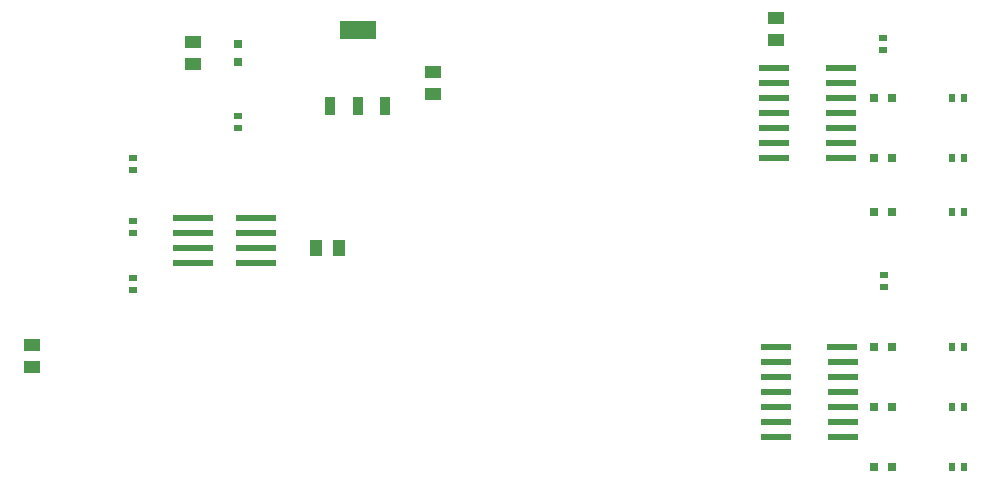
<source format=gtp>
G04*
G04 #@! TF.GenerationSoftware,Altium Limited,Altium Designer,21.6.4 (81)*
G04*
G04 Layer_Color=8421504*
%FSLAX25Y25*%
%MOIN*%
G70*
G04*
G04 #@! TF.SameCoordinates,570BF3D3-4215-493C-AC51-86F074832852*
G04*
G04*
G04 #@! TF.FilePolarity,Positive*
G04*
G01*
G75*
%ADD19R,0.03150X0.03150*%
%ADD20R,0.10433X0.02362*%
%ADD21R,0.13386X0.02362*%
%ADD22R,0.02756X0.02362*%
%ADD23R,0.02362X0.02756*%
%ADD24R,0.03300X0.06300*%
%ADD25R,0.12200X0.06300*%
%ADD26R,0.03150X0.03150*%
%ADD27R,0.05709X0.03937*%
%ADD28R,0.03937X0.05709*%
D19*
X306547Y119953D02*
D03*
X312453D02*
D03*
X306547Y137953D02*
D03*
X312453D02*
D03*
X306547Y157953D02*
D03*
X312453D02*
D03*
X306547Y35000D02*
D03*
X312453D02*
D03*
X306547Y55000D02*
D03*
X312453D02*
D03*
X306547Y75000D02*
D03*
X312453D02*
D03*
D20*
X273835D02*
D03*
Y70000D02*
D03*
Y65000D02*
D03*
Y60000D02*
D03*
Y55000D02*
D03*
Y50000D02*
D03*
Y45000D02*
D03*
X296165D02*
D03*
Y50000D02*
D03*
Y55000D02*
D03*
Y60000D02*
D03*
Y65000D02*
D03*
Y70000D02*
D03*
X296000Y75000D02*
D03*
X273335Y167953D02*
D03*
Y162953D02*
D03*
Y157953D02*
D03*
Y152953D02*
D03*
Y147953D02*
D03*
Y142953D02*
D03*
Y137953D02*
D03*
X295665D02*
D03*
Y142953D02*
D03*
Y147953D02*
D03*
Y152953D02*
D03*
Y157953D02*
D03*
Y162953D02*
D03*
X295500Y167953D02*
D03*
D21*
X100760Y117953D02*
D03*
Y112953D02*
D03*
Y107953D02*
D03*
Y102953D02*
D03*
X79500D02*
D03*
Y107953D02*
D03*
Y112953D02*
D03*
Y117953D02*
D03*
D22*
X310000Y95000D02*
D03*
Y98937D02*
D03*
X309500Y174016D02*
D03*
Y177953D02*
D03*
X59500Y112953D02*
D03*
Y116890D02*
D03*
Y134016D02*
D03*
Y137953D02*
D03*
X94500Y147953D02*
D03*
Y151890D02*
D03*
X59500Y94016D02*
D03*
Y97953D02*
D03*
D23*
X332531Y119953D02*
D03*
X336469D02*
D03*
X332531Y137953D02*
D03*
X336469D02*
D03*
X332531Y157953D02*
D03*
X336469D02*
D03*
X332531Y35000D02*
D03*
X336469D02*
D03*
X332531Y55000D02*
D03*
X336469D02*
D03*
X332531Y75000D02*
D03*
X336469D02*
D03*
D24*
X143600Y155353D02*
D03*
X134500D02*
D03*
X125400D02*
D03*
D25*
X134500Y180553D02*
D03*
D26*
X94500Y170000D02*
D03*
Y175906D02*
D03*
D27*
X26000Y75740D02*
D03*
Y68260D02*
D03*
X274000Y184740D02*
D03*
Y177260D02*
D03*
X159500Y166693D02*
D03*
Y159213D02*
D03*
X79500Y169213D02*
D03*
Y176693D02*
D03*
D28*
X120760Y107953D02*
D03*
X128240D02*
D03*
M02*

</source>
